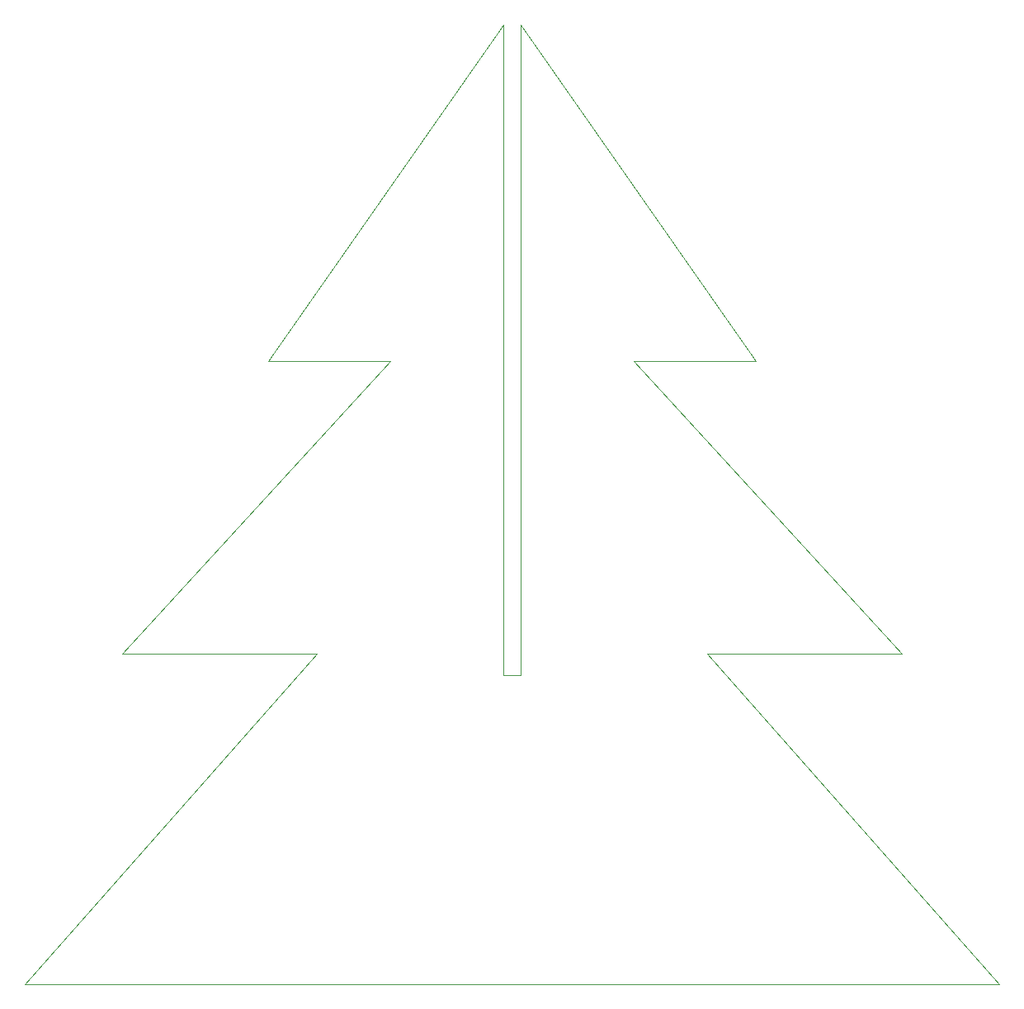
<source format=gm1>
G04 #@! TF.GenerationSoftware,KiCad,Pcbnew,7.0.8*
G04 #@! TF.CreationDate,2024-06-18T20:24:05+02:00*
G04 #@! TF.ProjectId,PCB_Christmas_Tree,5043425f-4368-4726-9973-746d61735f54,rev?*
G04 #@! TF.SameCoordinates,Original*
G04 #@! TF.FileFunction,Profile,NP*
%FSLAX46Y46*%
G04 Gerber Fmt 4.6, Leading zero omitted, Abs format (unit mm)*
G04 Created by KiCad (PCBNEW 7.0.8) date 2024-06-18 20:24:05*
%MOMM*%
%LPD*%
G01*
G04 APERTURE LIST*
G04 #@! TA.AperFunction,Profile*
%ADD10C,0.100000*%
G04 #@! TD*
G04 APERTURE END LIST*
D10*
X130045124Y-102298248D02*
X160045124Y-136298248D01*
X109145124Y-37698248D02*
X85045124Y-72298248D01*
X160045124Y-136298248D02*
X60045124Y-136298248D01*
X90045124Y-102298248D02*
X70045124Y-102298248D01*
X110945124Y-104498248D02*
X109145124Y-104498248D01*
X97545124Y-72298248D02*
X70045124Y-102298248D01*
X90045124Y-102298248D02*
X60045124Y-136298248D01*
X110945124Y-37698248D02*
X110945124Y-104498248D01*
X110945124Y-37698248D02*
X135045124Y-72298248D01*
X85045124Y-72298248D02*
X97545124Y-72298248D01*
X150045124Y-102298248D02*
X130045124Y-102298248D01*
X109145124Y-104498248D02*
X109145124Y-37698248D01*
X122545124Y-72298248D02*
X150045124Y-102298248D01*
X122545124Y-72298248D02*
X135045124Y-72298248D01*
M02*

</source>
